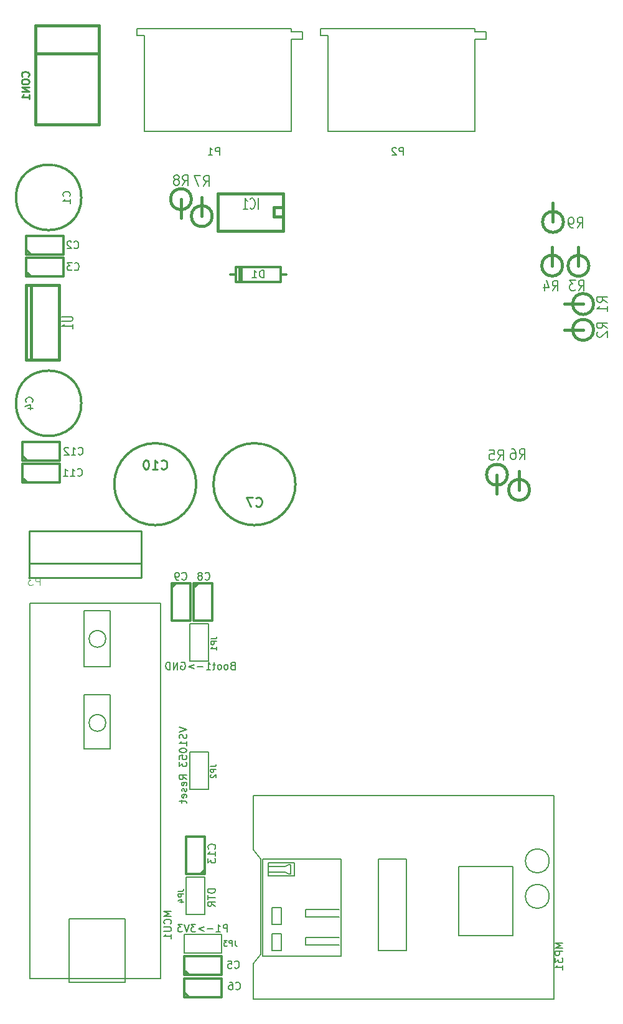
<source format=gbo>
G04 (created by PCBNEW (2013-07-07 BZR 4022)-stable) date 25/05/2015 14:38:35*
%MOIN*%
G04 Gerber Fmt 3.4, Leading zero omitted, Abs format*
%FSLAX34Y34*%
G01*
G70*
G90*
G04 APERTURE LIST*
%ADD10C,0.00590551*%
%ADD11C,0.00787402*%
%ADD12C,0.015*%
%ADD13C,0.006*%
%ADD14C,0.012*%
%ADD15C,0.01*%
%ADD16C,0.008*%
%ADD17C,0.0035*%
G04 APERTURE END LIST*
G54D10*
G54D11*
X114285Y-70895D02*
X114679Y-71026D01*
X114285Y-71157D01*
X114660Y-71270D02*
X114679Y-71326D01*
X114679Y-71420D01*
X114660Y-71457D01*
X114641Y-71476D01*
X114604Y-71495D01*
X114566Y-71495D01*
X114529Y-71476D01*
X114510Y-71457D01*
X114491Y-71420D01*
X114473Y-71345D01*
X114454Y-71307D01*
X114435Y-71288D01*
X114398Y-71270D01*
X114360Y-71270D01*
X114323Y-71288D01*
X114304Y-71307D01*
X114285Y-71345D01*
X114285Y-71438D01*
X114304Y-71495D01*
X114679Y-71870D02*
X114679Y-71645D01*
X114679Y-71757D02*
X114285Y-71757D01*
X114341Y-71720D01*
X114379Y-71682D01*
X114398Y-71645D01*
X114285Y-72113D02*
X114285Y-72151D01*
X114304Y-72188D01*
X114323Y-72207D01*
X114360Y-72226D01*
X114435Y-72245D01*
X114529Y-72245D01*
X114604Y-72226D01*
X114641Y-72207D01*
X114660Y-72188D01*
X114679Y-72151D01*
X114679Y-72113D01*
X114660Y-72076D01*
X114641Y-72057D01*
X114604Y-72038D01*
X114529Y-72020D01*
X114435Y-72020D01*
X114360Y-72038D01*
X114323Y-72057D01*
X114304Y-72076D01*
X114285Y-72113D01*
X114285Y-72601D02*
X114285Y-72413D01*
X114473Y-72395D01*
X114454Y-72413D01*
X114435Y-72451D01*
X114435Y-72545D01*
X114454Y-72582D01*
X114473Y-72601D01*
X114510Y-72620D01*
X114604Y-72620D01*
X114641Y-72601D01*
X114660Y-72582D01*
X114679Y-72545D01*
X114679Y-72451D01*
X114660Y-72413D01*
X114641Y-72395D01*
X114285Y-72751D02*
X114285Y-72994D01*
X114435Y-72863D01*
X114435Y-72920D01*
X114454Y-72957D01*
X114473Y-72976D01*
X114510Y-72994D01*
X114604Y-72994D01*
X114641Y-72976D01*
X114660Y-72957D01*
X114679Y-72920D01*
X114679Y-72807D01*
X114660Y-72770D01*
X114641Y-72751D01*
X114679Y-73688D02*
X114491Y-73557D01*
X114679Y-73463D02*
X114285Y-73463D01*
X114285Y-73613D01*
X114304Y-73651D01*
X114323Y-73669D01*
X114360Y-73688D01*
X114416Y-73688D01*
X114454Y-73669D01*
X114473Y-73651D01*
X114491Y-73613D01*
X114491Y-73463D01*
X114660Y-74007D02*
X114679Y-73969D01*
X114679Y-73894D01*
X114660Y-73857D01*
X114623Y-73838D01*
X114473Y-73838D01*
X114435Y-73857D01*
X114416Y-73894D01*
X114416Y-73969D01*
X114435Y-74007D01*
X114473Y-74026D01*
X114510Y-74026D01*
X114548Y-73838D01*
X114660Y-74176D02*
X114679Y-74213D01*
X114679Y-74288D01*
X114660Y-74326D01*
X114623Y-74344D01*
X114604Y-74344D01*
X114566Y-74326D01*
X114548Y-74288D01*
X114548Y-74232D01*
X114529Y-74194D01*
X114491Y-74176D01*
X114473Y-74176D01*
X114435Y-74194D01*
X114416Y-74232D01*
X114416Y-74288D01*
X114435Y-74326D01*
X114660Y-74663D02*
X114679Y-74626D01*
X114679Y-74551D01*
X114660Y-74513D01*
X114623Y-74494D01*
X114473Y-74494D01*
X114435Y-74513D01*
X114416Y-74551D01*
X114416Y-74626D01*
X114435Y-74663D01*
X114473Y-74682D01*
X114510Y-74682D01*
X114548Y-74494D01*
X114416Y-74794D02*
X114416Y-74944D01*
X114285Y-74851D02*
X114623Y-74851D01*
X114660Y-74869D01*
X114679Y-74907D01*
X114679Y-74944D01*
X117135Y-67593D02*
X117079Y-67611D01*
X117060Y-67630D01*
X117041Y-67668D01*
X117041Y-67724D01*
X117060Y-67761D01*
X117079Y-67780D01*
X117116Y-67799D01*
X117266Y-67799D01*
X117266Y-67405D01*
X117135Y-67405D01*
X117097Y-67424D01*
X117079Y-67443D01*
X117060Y-67480D01*
X117060Y-67518D01*
X117079Y-67555D01*
X117097Y-67574D01*
X117135Y-67593D01*
X117266Y-67593D01*
X116816Y-67799D02*
X116854Y-67780D01*
X116872Y-67761D01*
X116891Y-67724D01*
X116891Y-67611D01*
X116872Y-67574D01*
X116854Y-67555D01*
X116816Y-67536D01*
X116760Y-67536D01*
X116722Y-67555D01*
X116704Y-67574D01*
X116685Y-67611D01*
X116685Y-67724D01*
X116704Y-67761D01*
X116722Y-67780D01*
X116760Y-67799D01*
X116816Y-67799D01*
X116460Y-67799D02*
X116497Y-67780D01*
X116516Y-67761D01*
X116535Y-67724D01*
X116535Y-67611D01*
X116516Y-67574D01*
X116497Y-67555D01*
X116460Y-67536D01*
X116404Y-67536D01*
X116366Y-67555D01*
X116348Y-67574D01*
X116329Y-67611D01*
X116329Y-67724D01*
X116348Y-67761D01*
X116366Y-67780D01*
X116404Y-67799D01*
X116460Y-67799D01*
X116216Y-67536D02*
X116066Y-67536D01*
X116160Y-67405D02*
X116160Y-67743D01*
X116141Y-67780D01*
X116104Y-67799D01*
X116066Y-67799D01*
X115729Y-67799D02*
X115954Y-67799D01*
X115841Y-67799D02*
X115841Y-67405D01*
X115879Y-67461D01*
X115916Y-67499D01*
X115954Y-67518D01*
X115560Y-67649D02*
X115260Y-67649D01*
X115073Y-67536D02*
X114773Y-67649D01*
X115073Y-67761D01*
X114379Y-67424D02*
X114417Y-67405D01*
X114473Y-67405D01*
X114529Y-67424D01*
X114566Y-67461D01*
X114585Y-67499D01*
X114604Y-67574D01*
X114604Y-67630D01*
X114585Y-67705D01*
X114566Y-67743D01*
X114529Y-67780D01*
X114473Y-67799D01*
X114435Y-67799D01*
X114379Y-67780D01*
X114360Y-67761D01*
X114360Y-67630D01*
X114435Y-67630D01*
X114192Y-67799D02*
X114192Y-67405D01*
X113967Y-67799D01*
X113967Y-67405D01*
X113779Y-67799D02*
X113779Y-67405D01*
X113685Y-67405D01*
X113629Y-67424D01*
X113592Y-67461D01*
X113573Y-67499D01*
X113554Y-67574D01*
X113554Y-67630D01*
X113573Y-67705D01*
X113592Y-67743D01*
X113629Y-67780D01*
X113685Y-67799D01*
X113779Y-67799D01*
X116199Y-79550D02*
X115805Y-79550D01*
X115805Y-79643D01*
X115824Y-79700D01*
X115861Y-79737D01*
X115899Y-79756D01*
X115974Y-79775D01*
X116030Y-79775D01*
X116105Y-79756D01*
X116143Y-79737D01*
X116180Y-79700D01*
X116199Y-79643D01*
X116199Y-79550D01*
X115805Y-79887D02*
X115805Y-80112D01*
X116199Y-80000D02*
X115805Y-80000D01*
X116199Y-80468D02*
X116011Y-80337D01*
X116199Y-80243D02*
X115805Y-80243D01*
X115805Y-80393D01*
X115824Y-80431D01*
X115843Y-80449D01*
X115880Y-80468D01*
X115936Y-80468D01*
X115974Y-80449D01*
X115993Y-80431D01*
X116011Y-80393D01*
X116011Y-80243D01*
X116861Y-81839D02*
X116861Y-81445D01*
X116711Y-81445D01*
X116674Y-81464D01*
X116655Y-81483D01*
X116636Y-81520D01*
X116636Y-81576D01*
X116655Y-81614D01*
X116674Y-81633D01*
X116711Y-81651D01*
X116861Y-81651D01*
X116261Y-81839D02*
X116486Y-81839D01*
X116374Y-81839D02*
X116374Y-81445D01*
X116411Y-81501D01*
X116449Y-81539D01*
X116486Y-81558D01*
X116093Y-81689D02*
X115793Y-81689D01*
X115605Y-81576D02*
X115305Y-81689D01*
X115605Y-81801D01*
X115155Y-81445D02*
X114911Y-81445D01*
X115043Y-81595D01*
X114986Y-81595D01*
X114949Y-81614D01*
X114930Y-81633D01*
X114911Y-81670D01*
X114911Y-81764D01*
X114930Y-81801D01*
X114949Y-81820D01*
X114986Y-81839D01*
X115099Y-81839D01*
X115136Y-81820D01*
X115155Y-81801D01*
X114799Y-81445D02*
X114668Y-81839D01*
X114537Y-81445D01*
X114443Y-81445D02*
X114199Y-81445D01*
X114330Y-81595D01*
X114274Y-81595D01*
X114237Y-81614D01*
X114218Y-81633D01*
X114199Y-81670D01*
X114199Y-81764D01*
X114218Y-81801D01*
X114237Y-81820D01*
X114274Y-81839D01*
X114387Y-81839D01*
X114424Y-81820D01*
X114443Y-81801D01*
G54D12*
X106336Y-47212D02*
X106086Y-47212D01*
X106086Y-47212D02*
X106086Y-51212D01*
X106086Y-51212D02*
X106336Y-51212D01*
X107836Y-47212D02*
X106336Y-47212D01*
X106336Y-47212D02*
X106336Y-51212D01*
X106336Y-51212D02*
X107836Y-51212D01*
X107836Y-51212D02*
X107836Y-47212D01*
G54D10*
X134098Y-78045D02*
G75*
G03X134098Y-78045I-640J0D01*
G74*
G01*
X134098Y-79945D02*
G75*
G03X134098Y-79945I-640J0D01*
G74*
G01*
X132158Y-82045D02*
X129258Y-82045D01*
X129258Y-82045D02*
X129258Y-78345D01*
X129258Y-78345D02*
X132158Y-78345D01*
X132158Y-78345D02*
X132158Y-82045D01*
X126458Y-82845D02*
X124958Y-82845D01*
X124958Y-82845D02*
X124958Y-77945D01*
X124958Y-77945D02*
X126458Y-77945D01*
X126458Y-77945D02*
X126458Y-82845D01*
X118258Y-77445D02*
X118258Y-74545D01*
X118258Y-83545D02*
X118258Y-85445D01*
X119058Y-78645D02*
X119958Y-78645D01*
X119958Y-78645D02*
X120158Y-78745D01*
X120158Y-78745D02*
X120258Y-78745D01*
X120258Y-78745D02*
X120258Y-78245D01*
X120258Y-78245D02*
X120158Y-78245D01*
X120158Y-78245D02*
X119958Y-78345D01*
X119958Y-78345D02*
X119058Y-78345D01*
X120458Y-78845D02*
X119058Y-78845D01*
X119058Y-78845D02*
X119058Y-78145D01*
X119058Y-78145D02*
X120458Y-78145D01*
X120458Y-78145D02*
X120458Y-78845D01*
X119758Y-81445D02*
X119258Y-81445D01*
X119258Y-81445D02*
X119258Y-80545D01*
X119258Y-80545D02*
X119758Y-80545D01*
X119758Y-80545D02*
X119758Y-81445D01*
X119758Y-82845D02*
X119258Y-82845D01*
X119258Y-82845D02*
X119258Y-81945D01*
X119258Y-81945D02*
X119758Y-81945D01*
X119758Y-81945D02*
X119758Y-82845D01*
X122858Y-81045D02*
X121058Y-81045D01*
X121058Y-81045D02*
X121058Y-80645D01*
X121058Y-80645D02*
X122858Y-80645D01*
X122858Y-82545D02*
X121058Y-82545D01*
X121058Y-82545D02*
X121058Y-82145D01*
X121058Y-82145D02*
X122858Y-82145D01*
X122158Y-83145D02*
X118758Y-83145D01*
X118758Y-83145D02*
X118758Y-77945D01*
X118758Y-77945D02*
X122958Y-77945D01*
X122958Y-77945D02*
X122958Y-83145D01*
X122958Y-83145D02*
X122158Y-83145D01*
X118258Y-83545D02*
X118658Y-83045D01*
X118658Y-83045D02*
X118658Y-77945D01*
X118658Y-77945D02*
X118258Y-77445D01*
X134358Y-85445D02*
X134358Y-74545D01*
X134358Y-74545D02*
X118258Y-74545D01*
X118258Y-85445D02*
X134358Y-85445D01*
G54D12*
X132479Y-58179D02*
X132479Y-57179D01*
X133038Y-58179D02*
G75*
G03X133038Y-58179I-559J0D01*
G74*
G01*
X131294Y-57370D02*
X131294Y-58370D01*
X131853Y-57370D02*
G75*
G03X131853Y-57370I-559J0D01*
G74*
G01*
X134294Y-43829D02*
X134294Y-42829D01*
X134853Y-43829D02*
G75*
G03X134853Y-43829I-559J0D01*
G74*
G01*
X134251Y-46169D02*
X134251Y-45169D01*
X134810Y-46169D02*
G75*
G03X134810Y-46169I-559J0D01*
G74*
G01*
X114370Y-42610D02*
X114370Y-43610D01*
X114929Y-42610D02*
G75*
G03X114929Y-42610I-559J0D01*
G74*
G01*
X135659Y-46179D02*
X135659Y-45179D01*
X136218Y-46179D02*
G75*
G03X136218Y-46179I-559J0D01*
G74*
G01*
X115485Y-43520D02*
X115485Y-42520D01*
X116044Y-43520D02*
G75*
G03X116044Y-43520I-559J0D01*
G74*
G01*
X135909Y-49609D02*
X134909Y-49609D01*
X136468Y-49609D02*
G75*
G03X136468Y-49609I-559J0D01*
G74*
G01*
X135909Y-48225D02*
X134909Y-48225D01*
X136468Y-48225D02*
G75*
G03X136468Y-48225I-559J0D01*
G74*
G01*
G54D13*
X116551Y-82980D02*
X116551Y-81980D01*
X116551Y-81980D02*
X114551Y-81980D01*
X114551Y-81980D02*
X114551Y-82980D01*
X114551Y-82980D02*
X116551Y-82980D01*
X115854Y-65338D02*
X114854Y-65338D01*
X114854Y-65338D02*
X114854Y-67338D01*
X114854Y-67338D02*
X115854Y-67338D01*
X115854Y-67338D02*
X115854Y-65338D01*
X115854Y-72228D02*
X114854Y-72228D01*
X114854Y-72228D02*
X114854Y-74228D01*
X114854Y-74228D02*
X115854Y-74228D01*
X115854Y-74228D02*
X115854Y-72228D01*
G54D12*
X119860Y-42307D02*
X116360Y-42307D01*
X116360Y-42307D02*
X116360Y-44307D01*
X116360Y-44307D02*
X119860Y-44307D01*
X119860Y-44307D02*
X119860Y-42307D01*
X119860Y-43057D02*
X119360Y-43057D01*
X119360Y-43057D02*
X119360Y-43557D01*
X119360Y-43557D02*
X119860Y-43557D01*
G54D14*
X117003Y-46653D02*
X117303Y-46653D01*
X117303Y-46653D02*
X117303Y-46253D01*
X117303Y-46253D02*
X119703Y-46253D01*
X119703Y-46253D02*
X119703Y-46653D01*
X119703Y-46653D02*
X120003Y-46653D01*
X119703Y-46653D02*
X119703Y-47053D01*
X119703Y-47053D02*
X117303Y-47053D01*
X117303Y-47053D02*
X117303Y-46653D01*
X117503Y-46253D02*
X117503Y-47053D01*
X117603Y-47053D02*
X117603Y-46253D01*
X109033Y-42519D02*
G75*
G03X109033Y-42519I-1750J0D01*
G74*
G01*
X109033Y-53543D02*
G75*
G03X109033Y-53543I-1750J0D01*
G74*
G01*
X120502Y-57874D02*
G75*
G03X120502Y-57874I-2195J0D01*
G74*
G01*
X115187Y-57874D02*
G75*
G03X115187Y-57874I-2195J0D01*
G74*
G01*
X113870Y-63193D02*
X113870Y-65173D01*
X113870Y-65173D02*
X114870Y-65173D01*
X114870Y-65173D02*
X114870Y-63173D01*
X114870Y-63173D02*
X113870Y-63173D01*
X114120Y-63173D02*
X113870Y-63423D01*
X115051Y-63193D02*
X115051Y-65173D01*
X115051Y-65173D02*
X116051Y-65173D01*
X116051Y-65173D02*
X116051Y-63173D01*
X116051Y-63173D02*
X115051Y-63173D01*
X115301Y-63173D02*
X115051Y-63423D01*
X114571Y-85342D02*
X116551Y-85342D01*
X116551Y-85342D02*
X116551Y-84342D01*
X116551Y-84342D02*
X114551Y-84342D01*
X114551Y-84342D02*
X114551Y-85342D01*
X114551Y-85092D02*
X114801Y-85342D01*
X114571Y-84161D02*
X116551Y-84161D01*
X116551Y-84161D02*
X116551Y-83161D01*
X116551Y-83161D02*
X114551Y-83161D01*
X114551Y-83161D02*
X114551Y-84161D01*
X114551Y-83911D02*
X114801Y-84161D01*
X105909Y-56602D02*
X107889Y-56602D01*
X107889Y-56602D02*
X107889Y-55602D01*
X107889Y-55602D02*
X105889Y-55602D01*
X105889Y-55602D02*
X105889Y-56602D01*
X105889Y-56352D02*
X106139Y-56602D01*
X105909Y-57783D02*
X107889Y-57783D01*
X107889Y-57783D02*
X107889Y-56783D01*
X107889Y-56783D02*
X105889Y-56783D01*
X105889Y-56783D02*
X105889Y-57783D01*
X105889Y-57533D02*
X106139Y-57783D01*
X106106Y-46759D02*
X108086Y-46759D01*
X108086Y-46759D02*
X108086Y-45759D01*
X108086Y-45759D02*
X106086Y-45759D01*
X106086Y-45759D02*
X106086Y-46759D01*
X106086Y-46509D02*
X106336Y-46759D01*
X106106Y-45578D02*
X108086Y-45578D01*
X108086Y-45578D02*
X108086Y-44578D01*
X108086Y-44578D02*
X106086Y-44578D01*
X106086Y-44578D02*
X106086Y-45578D01*
X106086Y-45328D02*
X106336Y-45578D01*
G54D10*
X110342Y-70658D02*
G75*
G03X110342Y-70658I-447J0D01*
G74*
G01*
X110342Y-66158D02*
G75*
G03X110342Y-66158I-447J0D01*
G74*
G01*
X110595Y-69158D02*
X109195Y-69158D01*
X109195Y-69158D02*
X109195Y-72058D01*
X109195Y-72058D02*
X110495Y-72058D01*
X110495Y-72058D02*
X110595Y-72058D01*
X110595Y-72058D02*
X110595Y-69158D01*
X110595Y-67658D02*
X109195Y-67658D01*
X109195Y-67658D02*
X109195Y-64658D01*
X109195Y-64658D02*
X110595Y-64658D01*
X110595Y-64658D02*
X110595Y-67658D01*
X111395Y-82858D02*
X111395Y-81158D01*
X111395Y-81158D02*
X108395Y-81158D01*
X108395Y-81158D02*
X108395Y-82858D01*
X111395Y-84558D02*
X111395Y-83758D01*
X111395Y-83758D02*
X111395Y-82858D01*
X108395Y-82858D02*
X108395Y-84558D01*
X108395Y-84558D02*
X111395Y-84558D01*
X113295Y-84358D02*
X113295Y-64258D01*
X113295Y-64258D02*
X106295Y-64258D01*
X106295Y-64258D02*
X106295Y-84358D01*
X106295Y-84358D02*
X113295Y-84358D01*
X120275Y-34055D02*
X120275Y-38976D01*
X120275Y-33661D02*
X120275Y-33464D01*
X120275Y-34055D02*
X120866Y-34055D01*
X120866Y-34055D02*
X120866Y-33661D01*
X120866Y-33661D02*
X120275Y-33661D01*
X112401Y-38976D02*
X120275Y-38976D01*
X112007Y-33858D02*
X112007Y-33464D01*
X112007Y-33858D02*
X112401Y-33858D01*
X112401Y-33858D02*
X112401Y-38976D01*
X116141Y-33464D02*
X112007Y-33464D01*
X116141Y-33464D02*
X120275Y-33464D01*
X130118Y-34055D02*
X130118Y-38976D01*
X130118Y-33661D02*
X130118Y-33464D01*
X130118Y-34055D02*
X130708Y-34055D01*
X130708Y-34055D02*
X130708Y-33661D01*
X130708Y-33661D02*
X130118Y-33661D01*
X122244Y-38976D02*
X130118Y-38976D01*
X121850Y-33858D02*
X121850Y-33464D01*
X121850Y-33858D02*
X122244Y-33858D01*
X122244Y-33858D02*
X122244Y-38976D01*
X125984Y-33464D02*
X121850Y-33464D01*
X125984Y-33464D02*
X130118Y-33464D01*
G54D12*
X106567Y-33617D02*
X106567Y-33317D01*
X106567Y-33317D02*
X109967Y-33317D01*
X109967Y-33317D02*
X109967Y-33617D01*
X106567Y-34817D02*
X109967Y-34817D01*
X106567Y-38617D02*
X109967Y-38617D01*
X109967Y-33617D02*
X109967Y-38617D01*
X106567Y-33617D02*
X106567Y-38617D01*
G54D15*
X109251Y-60364D02*
X112251Y-60364D01*
X109251Y-62114D02*
X112251Y-62114D01*
X109251Y-62864D02*
X112251Y-62864D01*
X106251Y-62864D02*
X106251Y-60364D01*
X112251Y-62864D02*
X112251Y-60364D01*
X109251Y-62114D02*
X106251Y-62114D01*
X106251Y-62864D02*
X109251Y-62864D01*
X109251Y-60364D02*
X106251Y-60364D01*
G54D13*
X115657Y-78921D02*
X114657Y-78921D01*
X114657Y-78921D02*
X114657Y-80921D01*
X114657Y-80921D02*
X115657Y-80921D01*
X115657Y-80921D02*
X115657Y-78921D01*
G54D14*
X115657Y-78735D02*
X115657Y-76755D01*
X115657Y-76755D02*
X114657Y-76755D01*
X114657Y-76755D02*
X114657Y-78755D01*
X114657Y-78755D02*
X115657Y-78755D01*
X115407Y-78755D02*
X115657Y-78505D01*
G54D16*
X107979Y-48907D02*
X108465Y-48907D01*
X108522Y-48926D01*
X108550Y-48945D01*
X108579Y-48984D01*
X108579Y-49060D01*
X108550Y-49098D01*
X108522Y-49117D01*
X108465Y-49136D01*
X107979Y-49136D01*
X108579Y-49536D02*
X108579Y-49307D01*
X108579Y-49422D02*
X107979Y-49422D01*
X108065Y-49384D01*
X108122Y-49345D01*
X108150Y-49307D01*
G54D10*
X134817Y-82442D02*
X134423Y-82442D01*
X134705Y-82573D01*
X134423Y-82705D01*
X134817Y-82705D01*
X134817Y-82892D02*
X134423Y-82892D01*
X134423Y-83042D01*
X134442Y-83080D01*
X134461Y-83098D01*
X134498Y-83117D01*
X134555Y-83117D01*
X134592Y-83098D01*
X134611Y-83080D01*
X134630Y-83042D01*
X134630Y-82892D01*
X134423Y-83248D02*
X134423Y-83492D01*
X134573Y-83361D01*
X134573Y-83417D01*
X134592Y-83455D01*
X134611Y-83473D01*
X134648Y-83492D01*
X134742Y-83492D01*
X134780Y-83473D01*
X134798Y-83455D01*
X134817Y-83417D01*
X134817Y-83305D01*
X134798Y-83267D01*
X134780Y-83248D01*
X134817Y-83867D02*
X134817Y-83642D01*
X134817Y-83754D02*
X134423Y-83754D01*
X134480Y-83717D01*
X134517Y-83679D01*
X134536Y-83642D01*
G54D16*
X132503Y-56542D02*
X132670Y-56280D01*
X132789Y-56542D02*
X132789Y-55992D01*
X132598Y-55992D01*
X132550Y-56018D01*
X132527Y-56045D01*
X132503Y-56097D01*
X132503Y-56175D01*
X132527Y-56228D01*
X132550Y-56254D01*
X132598Y-56280D01*
X132789Y-56280D01*
X132074Y-55992D02*
X132170Y-55992D01*
X132217Y-56018D01*
X132241Y-56045D01*
X132289Y-56123D01*
X132312Y-56228D01*
X132312Y-56437D01*
X132289Y-56490D01*
X132265Y-56516D01*
X132217Y-56542D01*
X132122Y-56542D01*
X132074Y-56516D01*
X132050Y-56490D01*
X132027Y-56437D01*
X132027Y-56306D01*
X132050Y-56254D01*
X132074Y-56228D01*
X132122Y-56202D01*
X132217Y-56202D01*
X132265Y-56228D01*
X132289Y-56254D01*
X132312Y-56306D01*
X131343Y-56582D02*
X131510Y-56320D01*
X131629Y-56582D02*
X131629Y-56032D01*
X131438Y-56032D01*
X131390Y-56058D01*
X131367Y-56085D01*
X131343Y-56137D01*
X131343Y-56215D01*
X131367Y-56268D01*
X131390Y-56294D01*
X131438Y-56320D01*
X131629Y-56320D01*
X130890Y-56032D02*
X131129Y-56032D01*
X131152Y-56294D01*
X131129Y-56268D01*
X131081Y-56242D01*
X130962Y-56242D01*
X130914Y-56268D01*
X130890Y-56294D01*
X130867Y-56346D01*
X130867Y-56477D01*
X130890Y-56530D01*
X130914Y-56556D01*
X130962Y-56582D01*
X131081Y-56582D01*
X131129Y-56556D01*
X131152Y-56530D01*
X135603Y-44147D02*
X135769Y-43885D01*
X135888Y-44147D02*
X135888Y-43597D01*
X135698Y-43597D01*
X135650Y-43623D01*
X135627Y-43649D01*
X135603Y-43702D01*
X135603Y-43780D01*
X135627Y-43833D01*
X135650Y-43859D01*
X135698Y-43885D01*
X135888Y-43885D01*
X135365Y-44147D02*
X135269Y-44147D01*
X135222Y-44121D01*
X135198Y-44095D01*
X135150Y-44016D01*
X135127Y-43911D01*
X135127Y-43702D01*
X135150Y-43649D01*
X135174Y-43623D01*
X135222Y-43597D01*
X135317Y-43597D01*
X135365Y-43623D01*
X135388Y-43649D01*
X135412Y-43702D01*
X135412Y-43833D01*
X135388Y-43885D01*
X135365Y-43911D01*
X135317Y-43938D01*
X135222Y-43938D01*
X135174Y-43911D01*
X135150Y-43885D01*
X135127Y-43833D01*
X134263Y-47522D02*
X134430Y-47260D01*
X134549Y-47522D02*
X134549Y-46972D01*
X134358Y-46972D01*
X134310Y-46998D01*
X134287Y-47025D01*
X134263Y-47077D01*
X134263Y-47155D01*
X134287Y-47208D01*
X134310Y-47234D01*
X134358Y-47260D01*
X134549Y-47260D01*
X133834Y-47155D02*
X133834Y-47522D01*
X133953Y-46946D02*
X134072Y-47339D01*
X133763Y-47339D01*
X114458Y-41872D02*
X114625Y-41610D01*
X114744Y-41872D02*
X114744Y-41322D01*
X114553Y-41322D01*
X114505Y-41348D01*
X114482Y-41375D01*
X114458Y-41427D01*
X114458Y-41505D01*
X114482Y-41558D01*
X114505Y-41584D01*
X114553Y-41610D01*
X114744Y-41610D01*
X114172Y-41558D02*
X114220Y-41532D01*
X114244Y-41505D01*
X114267Y-41453D01*
X114267Y-41427D01*
X114244Y-41375D01*
X114220Y-41348D01*
X114172Y-41322D01*
X114077Y-41322D01*
X114029Y-41348D01*
X114005Y-41375D01*
X113982Y-41427D01*
X113982Y-41453D01*
X114005Y-41505D01*
X114029Y-41532D01*
X114077Y-41558D01*
X114172Y-41558D01*
X114220Y-41584D01*
X114244Y-41610D01*
X114267Y-41663D01*
X114267Y-41767D01*
X114244Y-41820D01*
X114220Y-41846D01*
X114172Y-41872D01*
X114077Y-41872D01*
X114029Y-41846D01*
X114005Y-41820D01*
X113982Y-41767D01*
X113982Y-41663D01*
X114005Y-41610D01*
X114029Y-41584D01*
X114077Y-41558D01*
X135663Y-47502D02*
X135830Y-47240D01*
X135949Y-47502D02*
X135949Y-46952D01*
X135758Y-46952D01*
X135710Y-46978D01*
X135687Y-47005D01*
X135663Y-47057D01*
X135663Y-47135D01*
X135687Y-47188D01*
X135710Y-47214D01*
X135758Y-47240D01*
X135949Y-47240D01*
X135496Y-46952D02*
X135187Y-46952D01*
X135353Y-47162D01*
X135282Y-47162D01*
X135234Y-47188D01*
X135210Y-47214D01*
X135187Y-47266D01*
X135187Y-47397D01*
X135210Y-47450D01*
X135234Y-47476D01*
X135282Y-47502D01*
X135425Y-47502D01*
X135472Y-47476D01*
X135496Y-47450D01*
X115583Y-41902D02*
X115750Y-41640D01*
X115869Y-41902D02*
X115869Y-41352D01*
X115678Y-41352D01*
X115630Y-41378D01*
X115607Y-41405D01*
X115583Y-41457D01*
X115583Y-41535D01*
X115607Y-41588D01*
X115630Y-41614D01*
X115678Y-41640D01*
X115869Y-41640D01*
X115416Y-41352D02*
X115083Y-41352D01*
X115297Y-41902D01*
X137207Y-49526D02*
X136945Y-49359D01*
X137207Y-49240D02*
X136657Y-49240D01*
X136657Y-49431D01*
X136683Y-49478D01*
X136709Y-49502D01*
X136762Y-49526D01*
X136840Y-49526D01*
X136892Y-49502D01*
X136919Y-49478D01*
X136945Y-49431D01*
X136945Y-49240D01*
X136709Y-49716D02*
X136683Y-49740D01*
X136657Y-49788D01*
X136657Y-49907D01*
X136683Y-49955D01*
X136709Y-49978D01*
X136762Y-50002D01*
X136814Y-50002D01*
X136892Y-49978D01*
X137207Y-49693D01*
X137207Y-50002D01*
X137207Y-48141D02*
X136945Y-47975D01*
X137207Y-47856D02*
X136657Y-47856D01*
X136657Y-48046D01*
X136683Y-48094D01*
X136709Y-48118D01*
X136762Y-48141D01*
X136840Y-48141D01*
X136892Y-48118D01*
X136919Y-48094D01*
X136945Y-48046D01*
X136945Y-47856D01*
X137207Y-48618D02*
X137207Y-48332D01*
X137207Y-48475D02*
X136657Y-48475D01*
X136735Y-48427D01*
X136788Y-48379D01*
X136814Y-48332D01*
G54D13*
X117269Y-82301D02*
X117269Y-82515D01*
X117284Y-82558D01*
X117312Y-82587D01*
X117355Y-82601D01*
X117384Y-82601D01*
X117127Y-82601D02*
X117127Y-82301D01*
X117012Y-82301D01*
X116984Y-82315D01*
X116970Y-82330D01*
X116955Y-82358D01*
X116955Y-82401D01*
X116970Y-82430D01*
X116984Y-82444D01*
X117012Y-82458D01*
X117127Y-82458D01*
X116855Y-82301D02*
X116670Y-82301D01*
X116770Y-82415D01*
X116727Y-82415D01*
X116698Y-82430D01*
X116684Y-82444D01*
X116670Y-82472D01*
X116670Y-82544D01*
X116684Y-82572D01*
X116698Y-82587D01*
X116727Y-82601D01*
X116812Y-82601D01*
X116841Y-82587D01*
X116855Y-82572D01*
X115981Y-66150D02*
X116195Y-66150D01*
X116238Y-66135D01*
X116267Y-66107D01*
X116281Y-66064D01*
X116281Y-66035D01*
X116281Y-66292D02*
X115981Y-66292D01*
X115981Y-66407D01*
X115995Y-66435D01*
X116010Y-66450D01*
X116038Y-66464D01*
X116081Y-66464D01*
X116110Y-66450D01*
X116124Y-66435D01*
X116138Y-66407D01*
X116138Y-66292D01*
X116281Y-66750D02*
X116281Y-66578D01*
X116281Y-66664D02*
X115981Y-66664D01*
X116024Y-66635D01*
X116052Y-66607D01*
X116067Y-66578D01*
X115961Y-72990D02*
X116175Y-72990D01*
X116218Y-72975D01*
X116247Y-72947D01*
X116261Y-72904D01*
X116261Y-72875D01*
X116261Y-73132D02*
X115961Y-73132D01*
X115961Y-73247D01*
X115975Y-73275D01*
X115990Y-73290D01*
X116018Y-73304D01*
X116061Y-73304D01*
X116090Y-73290D01*
X116104Y-73275D01*
X116118Y-73247D01*
X116118Y-73132D01*
X115990Y-73418D02*
X115975Y-73432D01*
X115961Y-73461D01*
X115961Y-73532D01*
X115975Y-73561D01*
X115990Y-73575D01*
X116018Y-73590D01*
X116047Y-73590D01*
X116090Y-73575D01*
X116261Y-73404D01*
X116261Y-73590D01*
X118500Y-43149D02*
X118500Y-42549D01*
X118081Y-43092D02*
X118100Y-43121D01*
X118157Y-43149D01*
X118195Y-43149D01*
X118253Y-43121D01*
X118291Y-43064D01*
X118310Y-43007D01*
X118329Y-42892D01*
X118329Y-42807D01*
X118310Y-42692D01*
X118291Y-42635D01*
X118253Y-42578D01*
X118195Y-42549D01*
X118157Y-42549D01*
X118100Y-42578D01*
X118081Y-42607D01*
X117700Y-43149D02*
X117929Y-43149D01*
X117814Y-43149D02*
X117814Y-42549D01*
X117853Y-42635D01*
X117891Y-42692D01*
X117929Y-42721D01*
G54D16*
X118799Y-46815D02*
X118799Y-46415D01*
X118703Y-46415D01*
X118646Y-46434D01*
X118608Y-46472D01*
X118589Y-46510D01*
X118570Y-46586D01*
X118570Y-46644D01*
X118589Y-46720D01*
X118608Y-46758D01*
X118646Y-46796D01*
X118703Y-46815D01*
X118799Y-46815D01*
X118189Y-46815D02*
X118418Y-46815D01*
X118303Y-46815D02*
X118303Y-46415D01*
X118342Y-46472D01*
X118380Y-46510D01*
X118418Y-46529D01*
X108407Y-42453D02*
X108426Y-42433D01*
X108445Y-42376D01*
X108445Y-42338D01*
X108426Y-42281D01*
X108388Y-42243D01*
X108350Y-42224D01*
X108273Y-42205D01*
X108216Y-42205D01*
X108140Y-42224D01*
X108102Y-42243D01*
X108064Y-42281D01*
X108045Y-42338D01*
X108045Y-42376D01*
X108064Y-42433D01*
X108083Y-42453D01*
X108445Y-42833D02*
X108445Y-42605D01*
X108445Y-42719D02*
X108045Y-42719D01*
X108102Y-42681D01*
X108140Y-42643D01*
X108159Y-42605D01*
X106407Y-53476D02*
X106426Y-53457D01*
X106445Y-53400D01*
X106445Y-53362D01*
X106426Y-53305D01*
X106388Y-53267D01*
X106350Y-53248D01*
X106273Y-53229D01*
X106216Y-53229D01*
X106140Y-53248D01*
X106102Y-53267D01*
X106064Y-53305D01*
X106045Y-53362D01*
X106045Y-53400D01*
X106064Y-53457D01*
X106083Y-53476D01*
X106178Y-53819D02*
X106445Y-53819D01*
X106026Y-53724D02*
X106312Y-53629D01*
X106312Y-53876D01*
G54D15*
X118390Y-59028D02*
X118414Y-59052D01*
X118485Y-59076D01*
X118533Y-59076D01*
X118604Y-59052D01*
X118652Y-59004D01*
X118676Y-58957D01*
X118699Y-58862D01*
X118699Y-58790D01*
X118676Y-58695D01*
X118652Y-58647D01*
X118604Y-58600D01*
X118533Y-58576D01*
X118485Y-58576D01*
X118414Y-58600D01*
X118390Y-58624D01*
X118223Y-58576D02*
X117890Y-58576D01*
X118104Y-59076D01*
X113313Y-57028D02*
X113337Y-57052D01*
X113408Y-57076D01*
X113456Y-57076D01*
X113527Y-57052D01*
X113575Y-57004D01*
X113599Y-56957D01*
X113623Y-56862D01*
X113623Y-56790D01*
X113599Y-56695D01*
X113575Y-56647D01*
X113527Y-56600D01*
X113456Y-56576D01*
X113408Y-56576D01*
X113337Y-56600D01*
X113313Y-56624D01*
X112837Y-57076D02*
X113123Y-57076D01*
X112980Y-57076D02*
X112980Y-56576D01*
X113027Y-56647D01*
X113075Y-56695D01*
X113123Y-56719D01*
X112527Y-56576D02*
X112480Y-56576D01*
X112432Y-56600D01*
X112408Y-56624D01*
X112384Y-56671D01*
X112361Y-56766D01*
X112361Y-56885D01*
X112384Y-56981D01*
X112408Y-57028D01*
X112432Y-57052D01*
X112480Y-57076D01*
X112527Y-57076D01*
X112575Y-57052D01*
X112599Y-57028D01*
X112623Y-56981D01*
X112646Y-56885D01*
X112646Y-56766D01*
X112623Y-56671D01*
X112599Y-56624D01*
X112575Y-56600D01*
X112527Y-56576D01*
G54D16*
X114426Y-62963D02*
X114445Y-62982D01*
X114502Y-63001D01*
X114540Y-63001D01*
X114598Y-62982D01*
X114636Y-62944D01*
X114655Y-62906D01*
X114674Y-62830D01*
X114674Y-62773D01*
X114655Y-62697D01*
X114636Y-62659D01*
X114598Y-62620D01*
X114540Y-62601D01*
X114502Y-62601D01*
X114445Y-62620D01*
X114426Y-62640D01*
X114236Y-63001D02*
X114159Y-63001D01*
X114121Y-62982D01*
X114102Y-62963D01*
X114064Y-62906D01*
X114045Y-62830D01*
X114045Y-62678D01*
X114064Y-62640D01*
X114083Y-62620D01*
X114121Y-62601D01*
X114198Y-62601D01*
X114236Y-62620D01*
X114255Y-62640D01*
X114274Y-62678D01*
X114274Y-62773D01*
X114255Y-62811D01*
X114236Y-62830D01*
X114198Y-62849D01*
X114121Y-62849D01*
X114083Y-62830D01*
X114064Y-62811D01*
X114045Y-62773D01*
X115666Y-62963D02*
X115685Y-62982D01*
X115742Y-63001D01*
X115780Y-63001D01*
X115838Y-62982D01*
X115876Y-62944D01*
X115895Y-62906D01*
X115914Y-62830D01*
X115914Y-62773D01*
X115895Y-62697D01*
X115876Y-62659D01*
X115838Y-62620D01*
X115780Y-62601D01*
X115742Y-62601D01*
X115685Y-62620D01*
X115666Y-62640D01*
X115438Y-62773D02*
X115476Y-62754D01*
X115495Y-62735D01*
X115514Y-62697D01*
X115514Y-62678D01*
X115495Y-62640D01*
X115476Y-62620D01*
X115438Y-62601D01*
X115361Y-62601D01*
X115323Y-62620D01*
X115304Y-62640D01*
X115285Y-62678D01*
X115285Y-62697D01*
X115304Y-62735D01*
X115323Y-62754D01*
X115361Y-62773D01*
X115438Y-62773D01*
X115476Y-62792D01*
X115495Y-62811D01*
X115514Y-62849D01*
X115514Y-62925D01*
X115495Y-62963D01*
X115476Y-62982D01*
X115438Y-63001D01*
X115361Y-63001D01*
X115323Y-62982D01*
X115304Y-62963D01*
X115285Y-62925D01*
X115285Y-62849D01*
X115304Y-62811D01*
X115323Y-62792D01*
X115361Y-62773D01*
X117306Y-84903D02*
X117325Y-84922D01*
X117382Y-84941D01*
X117420Y-84941D01*
X117478Y-84922D01*
X117516Y-84884D01*
X117535Y-84846D01*
X117554Y-84770D01*
X117554Y-84713D01*
X117535Y-84637D01*
X117516Y-84599D01*
X117478Y-84560D01*
X117420Y-84541D01*
X117382Y-84541D01*
X117325Y-84560D01*
X117306Y-84580D01*
X116963Y-84541D02*
X117039Y-84541D01*
X117078Y-84560D01*
X117097Y-84580D01*
X117135Y-84637D01*
X117154Y-84713D01*
X117154Y-84865D01*
X117135Y-84903D01*
X117116Y-84922D01*
X117078Y-84941D01*
X117001Y-84941D01*
X116963Y-84922D01*
X116944Y-84903D01*
X116925Y-84865D01*
X116925Y-84770D01*
X116944Y-84732D01*
X116963Y-84713D01*
X117001Y-84694D01*
X117078Y-84694D01*
X117116Y-84713D01*
X117135Y-84732D01*
X117154Y-84770D01*
X117246Y-83763D02*
X117265Y-83782D01*
X117322Y-83801D01*
X117360Y-83801D01*
X117418Y-83782D01*
X117456Y-83744D01*
X117475Y-83706D01*
X117494Y-83630D01*
X117494Y-83573D01*
X117475Y-83497D01*
X117456Y-83459D01*
X117418Y-83420D01*
X117360Y-83401D01*
X117322Y-83401D01*
X117265Y-83420D01*
X117246Y-83440D01*
X116884Y-83401D02*
X117075Y-83401D01*
X117094Y-83592D01*
X117075Y-83573D01*
X117037Y-83554D01*
X116941Y-83554D01*
X116903Y-83573D01*
X116884Y-83592D01*
X116865Y-83630D01*
X116865Y-83725D01*
X116884Y-83763D01*
X116903Y-83782D01*
X116941Y-83801D01*
X117037Y-83801D01*
X117075Y-83782D01*
X117094Y-83763D01*
X108877Y-56263D02*
X108896Y-56282D01*
X108953Y-56301D01*
X108991Y-56301D01*
X109048Y-56282D01*
X109086Y-56244D01*
X109105Y-56206D01*
X109124Y-56130D01*
X109124Y-56073D01*
X109105Y-55997D01*
X109086Y-55959D01*
X109048Y-55920D01*
X108991Y-55901D01*
X108953Y-55901D01*
X108896Y-55920D01*
X108877Y-55940D01*
X108496Y-56301D02*
X108724Y-56301D01*
X108610Y-56301D02*
X108610Y-55901D01*
X108648Y-55959D01*
X108686Y-55997D01*
X108724Y-56016D01*
X108343Y-55940D02*
X108324Y-55920D01*
X108286Y-55901D01*
X108191Y-55901D01*
X108153Y-55920D01*
X108134Y-55940D01*
X108115Y-55978D01*
X108115Y-56016D01*
X108134Y-56073D01*
X108362Y-56301D01*
X108115Y-56301D01*
X108837Y-57403D02*
X108856Y-57422D01*
X108913Y-57441D01*
X108951Y-57441D01*
X109008Y-57422D01*
X109046Y-57384D01*
X109065Y-57346D01*
X109084Y-57270D01*
X109084Y-57213D01*
X109065Y-57137D01*
X109046Y-57099D01*
X109008Y-57060D01*
X108951Y-57041D01*
X108913Y-57041D01*
X108856Y-57060D01*
X108837Y-57080D01*
X108456Y-57441D02*
X108684Y-57441D01*
X108570Y-57441D02*
X108570Y-57041D01*
X108608Y-57099D01*
X108646Y-57137D01*
X108684Y-57156D01*
X108075Y-57441D02*
X108303Y-57441D01*
X108189Y-57441D02*
X108189Y-57041D01*
X108227Y-57099D01*
X108265Y-57137D01*
X108303Y-57156D01*
X108666Y-46383D02*
X108685Y-46402D01*
X108742Y-46421D01*
X108780Y-46421D01*
X108838Y-46402D01*
X108876Y-46364D01*
X108895Y-46326D01*
X108914Y-46250D01*
X108914Y-46193D01*
X108895Y-46117D01*
X108876Y-46079D01*
X108838Y-46040D01*
X108780Y-46021D01*
X108742Y-46021D01*
X108685Y-46040D01*
X108666Y-46060D01*
X108533Y-46021D02*
X108285Y-46021D01*
X108419Y-46174D01*
X108361Y-46174D01*
X108323Y-46193D01*
X108304Y-46212D01*
X108285Y-46250D01*
X108285Y-46345D01*
X108304Y-46383D01*
X108323Y-46402D01*
X108361Y-46421D01*
X108476Y-46421D01*
X108514Y-46402D01*
X108533Y-46383D01*
X108646Y-45223D02*
X108665Y-45242D01*
X108722Y-45261D01*
X108760Y-45261D01*
X108818Y-45242D01*
X108856Y-45204D01*
X108875Y-45166D01*
X108894Y-45090D01*
X108894Y-45033D01*
X108875Y-44957D01*
X108856Y-44919D01*
X108818Y-44880D01*
X108760Y-44861D01*
X108722Y-44861D01*
X108665Y-44880D01*
X108646Y-44900D01*
X108494Y-44900D02*
X108475Y-44880D01*
X108437Y-44861D01*
X108341Y-44861D01*
X108303Y-44880D01*
X108284Y-44900D01*
X108265Y-44938D01*
X108265Y-44976D01*
X108284Y-45033D01*
X108513Y-45261D01*
X108265Y-45261D01*
G54D10*
X113854Y-80736D02*
X113460Y-80736D01*
X113742Y-80867D01*
X113460Y-80998D01*
X113854Y-80998D01*
X113817Y-81411D02*
X113835Y-81392D01*
X113854Y-81336D01*
X113854Y-81298D01*
X113835Y-81242D01*
X113798Y-81205D01*
X113760Y-81186D01*
X113685Y-81167D01*
X113629Y-81167D01*
X113554Y-81186D01*
X113517Y-81205D01*
X113479Y-81242D01*
X113460Y-81298D01*
X113460Y-81336D01*
X113479Y-81392D01*
X113498Y-81411D01*
X113460Y-81580D02*
X113779Y-81580D01*
X113817Y-81598D01*
X113835Y-81617D01*
X113854Y-81655D01*
X113854Y-81730D01*
X113835Y-81767D01*
X113817Y-81786D01*
X113779Y-81805D01*
X113460Y-81805D01*
X113854Y-82198D02*
X113854Y-81973D01*
X113854Y-82086D02*
X113460Y-82086D01*
X113517Y-82048D01*
X113554Y-82011D01*
X113573Y-81973D01*
X116432Y-40245D02*
X116432Y-39851D01*
X116282Y-39851D01*
X116244Y-39870D01*
X116226Y-39888D01*
X116207Y-39926D01*
X116207Y-39982D01*
X116226Y-40020D01*
X116244Y-40038D01*
X116282Y-40057D01*
X116432Y-40057D01*
X115832Y-40245D02*
X116057Y-40245D01*
X115944Y-40245D02*
X115944Y-39851D01*
X115982Y-39907D01*
X116019Y-39945D01*
X116057Y-39963D01*
X126274Y-40245D02*
X126274Y-39851D01*
X126124Y-39851D01*
X126087Y-39870D01*
X126068Y-39888D01*
X126049Y-39926D01*
X126049Y-39982D01*
X126068Y-40020D01*
X126087Y-40038D01*
X126124Y-40057D01*
X126274Y-40057D01*
X125899Y-39888D02*
X125881Y-39870D01*
X125843Y-39851D01*
X125749Y-39851D01*
X125712Y-39870D01*
X125693Y-39888D01*
X125674Y-39926D01*
X125674Y-39963D01*
X125693Y-40020D01*
X125918Y-40245D01*
X125674Y-40245D01*
G54D15*
X106191Y-36031D02*
X106210Y-36012D01*
X106229Y-35955D01*
X106229Y-35917D01*
X106210Y-35860D01*
X106172Y-35822D01*
X106134Y-35803D01*
X106058Y-35783D01*
X106001Y-35783D01*
X105924Y-35803D01*
X105886Y-35822D01*
X105848Y-35860D01*
X105829Y-35917D01*
X105829Y-35955D01*
X105848Y-36012D01*
X105867Y-36031D01*
X105829Y-36279D02*
X105829Y-36355D01*
X105848Y-36393D01*
X105886Y-36431D01*
X105962Y-36450D01*
X106096Y-36450D01*
X106172Y-36431D01*
X106210Y-36393D01*
X106229Y-36355D01*
X106229Y-36279D01*
X106210Y-36241D01*
X106172Y-36203D01*
X106096Y-36183D01*
X105962Y-36183D01*
X105886Y-36203D01*
X105848Y-36241D01*
X105829Y-36279D01*
X106229Y-36622D02*
X105829Y-36622D01*
X106229Y-36850D01*
X105829Y-36850D01*
X106229Y-37250D02*
X106229Y-37022D01*
X106229Y-37136D02*
X105829Y-37136D01*
X105886Y-37098D01*
X105924Y-37060D01*
X105943Y-37022D01*
G54D17*
X106797Y-63276D02*
X106797Y-62876D01*
X106644Y-62876D01*
X106606Y-62895D01*
X106587Y-62914D01*
X106568Y-62952D01*
X106568Y-63009D01*
X106587Y-63047D01*
X106606Y-63066D01*
X106644Y-63085D01*
X106797Y-63085D01*
X106435Y-62876D02*
X106187Y-62876D01*
X106321Y-63028D01*
X106263Y-63028D01*
X106225Y-63047D01*
X106206Y-63066D01*
X106187Y-63104D01*
X106187Y-63199D01*
X106206Y-63237D01*
X106225Y-63257D01*
X106263Y-63276D01*
X106378Y-63276D01*
X106416Y-63257D01*
X106435Y-63237D01*
G54D13*
X114228Y-79671D02*
X114443Y-79671D01*
X114486Y-79656D01*
X114514Y-79628D01*
X114528Y-79585D01*
X114528Y-79556D01*
X114528Y-79814D02*
X114228Y-79814D01*
X114228Y-79928D01*
X114243Y-79956D01*
X114257Y-79971D01*
X114286Y-79985D01*
X114328Y-79985D01*
X114357Y-79971D01*
X114371Y-79956D01*
X114386Y-79928D01*
X114386Y-79814D01*
X114328Y-80242D02*
X114528Y-80242D01*
X114214Y-80171D02*
X114428Y-80099D01*
X114428Y-80285D01*
G54D16*
X116181Y-77398D02*
X116200Y-77379D01*
X116219Y-77322D01*
X116219Y-77284D01*
X116200Y-77227D01*
X116162Y-77189D01*
X116124Y-77170D01*
X116047Y-77151D01*
X115990Y-77151D01*
X115914Y-77170D01*
X115876Y-77189D01*
X115838Y-77227D01*
X115819Y-77284D01*
X115819Y-77322D01*
X115838Y-77379D01*
X115857Y-77398D01*
X116219Y-77779D02*
X116219Y-77551D01*
X116219Y-77665D02*
X115819Y-77665D01*
X115876Y-77627D01*
X115914Y-77589D01*
X115933Y-77551D01*
X115819Y-77913D02*
X115819Y-78160D01*
X115971Y-78027D01*
X115971Y-78084D01*
X115990Y-78122D01*
X116009Y-78141D01*
X116047Y-78160D01*
X116143Y-78160D01*
X116181Y-78141D01*
X116200Y-78122D01*
X116219Y-78084D01*
X116219Y-77970D01*
X116200Y-77932D01*
X116181Y-77913D01*
M02*

</source>
